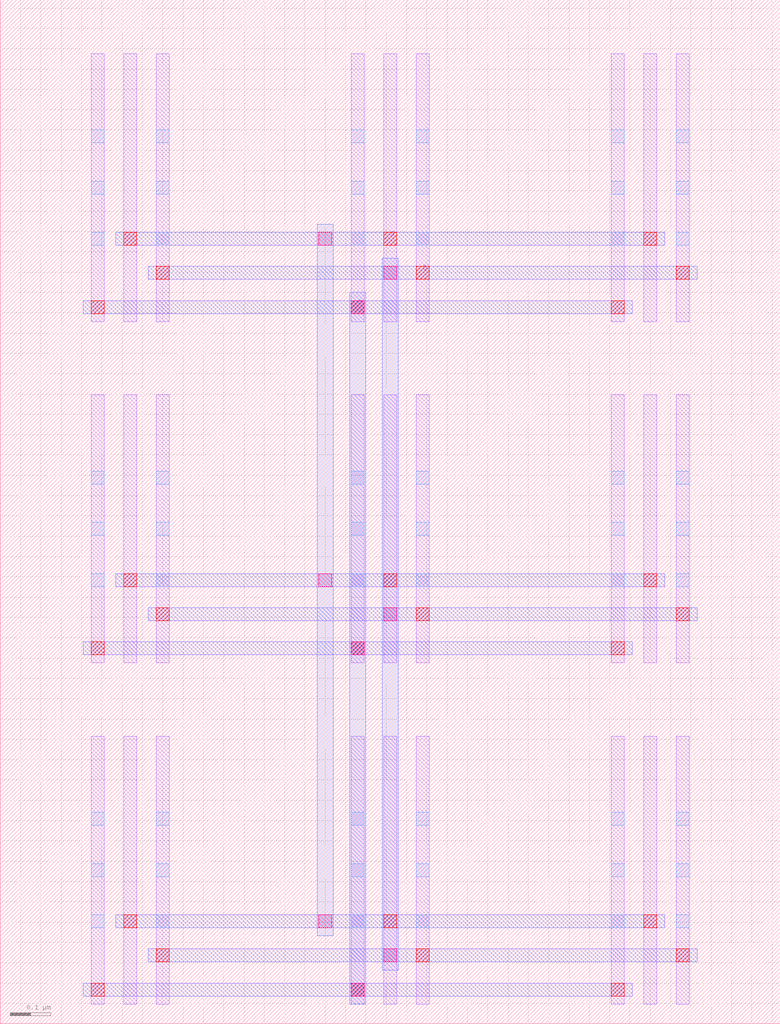
<source format=lef>
MACRO Switch_NMOS_n12_X3_Y3
  ORIGIN 0 0 ;
  FOREIGN Switch_NMOS_n12_X3_Y3 0 0 ;
  SIZE 1.9200 BY 2.5200 ;
  PIN S
    DIRECTION INOUT ;
    USE SIGNAL ;
    PORT
      LAYER M2 ;
        RECT 0.2040 0.0680 1.5560 0.1000 ;
      LAYER M2 ;
        RECT 0.2040 0.9080 1.5560 0.9400 ;
      LAYER M2 ;
        RECT 0.2040 1.7480 1.5560 1.7800 ;
    END
  END S
  PIN D
    DIRECTION INOUT ;
    USE SIGNAL ;
    PORT
      LAYER M2 ;
        RECT 0.3640 0.1520 1.7160 0.1840 ;
      LAYER M2 ;
        RECT 0.3640 0.9920 1.7160 1.0240 ;
      LAYER M2 ;
        RECT 0.3640 1.8320 1.7160 1.8640 ;
    END
  END D
  PIN G
    DIRECTION INOUT ;
    USE SIGNAL ;
    PORT
      LAYER M2 ;
        RECT 0.2840 0.2360 1.6360 0.2680 ;
      LAYER M2 ;
        RECT 0.2840 1.0760 1.6360 1.1080 ;
      LAYER M2 ;
        RECT 0.2840 1.9160 1.6360 1.9480 ;
    END
  END G
  OBS
    LAYER M1 ;
      RECT 0.3040 0.0480 0.3360 0.7080 ;
    LAYER M1 ;
      RECT 0.3040 0.8880 0.3360 1.5480 ;
    LAYER M1 ;
      RECT 0.3040 1.7280 0.3360 2.3880 ;
    LAYER M1 ;
      RECT 0.9440 0.0480 0.9760 0.7080 ;
    LAYER M1 ;
      RECT 0.9440 0.8880 0.9760 1.5480 ;
    LAYER M1 ;
      RECT 0.9440 1.7280 0.9760 2.3880 ;
    LAYER M1 ;
      RECT 1.5840 0.0480 1.6160 0.7080 ;
    LAYER M1 ;
      RECT 1.5840 0.8880 1.6160 1.5480 ;
    LAYER M1 ;
      RECT 1.5840 1.7280 1.6160 2.3880 ;
    LAYER M1 ;
      RECT 0.2240 0.0480 0.2560 0.7080 ;
    LAYER M1 ;
      RECT 0.2240 0.8880 0.2560 1.5480 ;
    LAYER M1 ;
      RECT 0.2240 1.7280 0.2560 2.3880 ;
    LAYER M1 ;
      RECT 0.8640 0.0480 0.8960 0.7080 ;
    LAYER M1 ;
      RECT 0.8640 0.8880 0.8960 1.5480 ;
    LAYER M1 ;
      RECT 0.8640 1.7280 0.8960 2.3880 ;
    LAYER M1 ;
      RECT 1.5040 0.0480 1.5360 0.7080 ;
    LAYER M1 ;
      RECT 1.5040 0.8880 1.5360 1.5480 ;
    LAYER M1 ;
      RECT 1.5040 1.7280 1.5360 2.3880 ;
    LAYER M1 ;
      RECT 0.3840 0.0480 0.4160 0.7080 ;
    LAYER M1 ;
      RECT 0.3840 0.8880 0.4160 1.5480 ;
    LAYER M1 ;
      RECT 0.3840 1.7280 0.4160 2.3880 ;
    LAYER M1 ;
      RECT 1.0240 0.0480 1.0560 0.7080 ;
    LAYER M1 ;
      RECT 1.0240 0.8880 1.0560 1.5480 ;
    LAYER M1 ;
      RECT 1.0240 1.7280 1.0560 2.3880 ;
    LAYER M1 ;
      RECT 1.6640 0.0480 1.6960 0.7080 ;
    LAYER M1 ;
      RECT 1.6640 0.8880 1.6960 1.5480 ;
    LAYER M1 ;
      RECT 1.6640 1.7280 1.6960 2.3880 ;
    LAYER V1 ;
      RECT 0.2240 0.0680 0.2560 0.1000 ;
    LAYER V1 ;
      RECT 0.2240 0.9080 0.2560 0.9400 ;
    LAYER V1 ;
      RECT 0.2240 1.7480 0.2560 1.7800 ;
    LAYER V1 ;
      RECT 0.8640 0.0680 0.8960 0.1000 ;
    LAYER V1 ;
      RECT 0.8640 0.9080 0.8960 0.9400 ;
    LAYER V1 ;
      RECT 0.8640 1.7480 0.8960 1.7800 ;
    LAYER V1 ;
      RECT 1.5040 0.0680 1.5360 0.1000 ;
    LAYER V1 ;
      RECT 1.5040 0.9080 1.5360 0.9400 ;
    LAYER V1 ;
      RECT 1.5040 1.7480 1.5360 1.7800 ;
    LAYER V1 ;
      RECT 0.3840 0.1520 0.4160 0.1840 ;
    LAYER V1 ;
      RECT 0.3840 0.9920 0.4160 1.0240 ;
    LAYER V1 ;
      RECT 0.3840 1.8320 0.4160 1.8640 ;
    LAYER V1 ;
      RECT 1.0240 0.1520 1.0560 0.1840 ;
    LAYER V1 ;
      RECT 1.0240 0.9920 1.0560 1.0240 ;
    LAYER V1 ;
      RECT 1.0240 1.8320 1.0560 1.8640 ;
    LAYER V1 ;
      RECT 1.6640 0.1520 1.6960 0.1840 ;
    LAYER V1 ;
      RECT 1.6640 0.9920 1.6960 1.0240 ;
    LAYER V1 ;
      RECT 1.6640 1.8320 1.6960 1.8640 ;
    LAYER V1 ;
      RECT 0.3040 0.2360 0.3360 0.2680 ;
    LAYER V1 ;
      RECT 0.3040 1.0760 0.3360 1.1080 ;
    LAYER V1 ;
      RECT 0.3040 1.9160 0.3360 1.9480 ;
    LAYER V1 ;
      RECT 0.9440 0.2360 0.9760 0.2680 ;
    LAYER V1 ;
      RECT 0.9440 1.0760 0.9760 1.1080 ;
    LAYER V1 ;
      RECT 0.9440 1.9160 0.9760 1.9480 ;
    LAYER V1 ;
      RECT 1.5840 0.2360 1.6160 0.2680 ;
    LAYER V1 ;
      RECT 1.5840 1.0760 1.6160 1.1080 ;
    LAYER V1 ;
      RECT 1.5840 1.9160 1.6160 1.9480 ;
    LAYER M3 ;
      RECT 0.8600 0.0480 0.9000 1.8000 ;
    LAYER M3 ;
      RECT 0.9400 0.1320 0.9800 1.8840 ;
    LAYER M3 ;
      RECT 0.7800 0.2160 0.8200 1.9680 ;
    LAYER V2 ;
      RECT 0.8640 0.0680 0.8960 0.1000 ;
    LAYER V2 ;
      RECT 0.8640 0.9080 0.8960 0.9400 ;
    LAYER V2 ;
      RECT 0.8640 1.7480 0.8960 1.7800 ;
    LAYER V2 ;
      RECT 0.9440 0.1520 0.9760 0.1840 ;
    LAYER V2 ;
      RECT 0.9440 0.9920 0.9760 1.0240 ;
    LAYER V2 ;
      RECT 0.9440 1.8320 0.9760 1.8640 ;
    LAYER V2 ;
      RECT 0.7840 0.2360 0.8160 0.2680 ;
    LAYER V2 ;
      RECT 0.7840 1.0760 0.8160 1.1080 ;
    LAYER V2 ;
      RECT 0.7840 1.9160 0.8160 1.9480 ;
    LAYER V0 ;
      RECT 0.2240 0.2360 0.2560 0.2680 ;
    LAYER V0 ;
      RECT 0.2240 0.3620 0.2560 0.3940 ;
    LAYER V0 ;
      RECT 0.2240 0.4880 0.2560 0.5200 ;
    LAYER V0 ;
      RECT 0.2240 1.0760 0.2560 1.1080 ;
    LAYER V0 ;
      RECT 0.2240 1.2020 0.2560 1.2340 ;
    LAYER V0 ;
      RECT 0.2240 1.3280 0.2560 1.3600 ;
    LAYER V0 ;
      RECT 0.2240 1.9160 0.2560 1.9480 ;
    LAYER V0 ;
      RECT 0.2240 2.0420 0.2560 2.0740 ;
    LAYER V0 ;
      RECT 0.2240 2.1680 0.2560 2.2000 ;
    LAYER V0 ;
      RECT 0.8640 0.2360 0.8960 0.2680 ;
    LAYER V0 ;
      RECT 0.8640 0.3620 0.8960 0.3940 ;
    LAYER V0 ;
      RECT 0.8640 0.4880 0.8960 0.5200 ;
    LAYER V0 ;
      RECT 0.8640 1.0760 0.8960 1.1080 ;
    LAYER V0 ;
      RECT 0.8640 1.2020 0.8960 1.2340 ;
    LAYER V0 ;
      RECT 0.8640 1.3280 0.8960 1.3600 ;
    LAYER V0 ;
      RECT 0.8640 1.9160 0.8960 1.9480 ;
    LAYER V0 ;
      RECT 0.8640 2.0420 0.8960 2.0740 ;
    LAYER V0 ;
      RECT 0.8640 2.1680 0.8960 2.2000 ;
    LAYER V0 ;
      RECT 1.5040 0.2360 1.5360 0.2680 ;
    LAYER V0 ;
      RECT 1.5040 0.3620 1.5360 0.3940 ;
    LAYER V0 ;
      RECT 1.5040 0.4880 1.5360 0.5200 ;
    LAYER V0 ;
      RECT 1.5040 1.0760 1.5360 1.1080 ;
    LAYER V0 ;
      RECT 1.5040 1.2020 1.5360 1.2340 ;
    LAYER V0 ;
      RECT 1.5040 1.3280 1.5360 1.3600 ;
    LAYER V0 ;
      RECT 1.5040 1.9160 1.5360 1.9480 ;
    LAYER V0 ;
      RECT 1.5040 2.0420 1.5360 2.0740 ;
    LAYER V0 ;
      RECT 1.5040 2.1680 1.5360 2.2000 ;
    LAYER V0 ;
      RECT 0.3840 0.2360 0.4160 0.2680 ;
    LAYER V0 ;
      RECT 0.3840 0.3620 0.4160 0.3940 ;
    LAYER V0 ;
      RECT 0.3840 0.4880 0.4160 0.5200 ;
    LAYER V0 ;
      RECT 0.3840 1.0760 0.4160 1.1080 ;
    LAYER V0 ;
      RECT 0.3840 1.2020 0.4160 1.2340 ;
    LAYER V0 ;
      RECT 0.3840 1.3280 0.4160 1.3600 ;
    LAYER V0 ;
      RECT 0.3840 1.9160 0.4160 1.9480 ;
    LAYER V0 ;
      RECT 0.3840 2.0420 0.4160 2.0740 ;
    LAYER V0 ;
      RECT 0.3840 2.1680 0.4160 2.2000 ;
    LAYER V0 ;
      RECT 1.0240 0.2360 1.0560 0.2680 ;
    LAYER V0 ;
      RECT 1.0240 0.3620 1.0560 0.3940 ;
    LAYER V0 ;
      RECT 1.0240 0.4880 1.0560 0.5200 ;
    LAYER V0 ;
      RECT 1.0240 1.0760 1.0560 1.1080 ;
    LAYER V0 ;
      RECT 1.0240 1.2020 1.0560 1.2340 ;
    LAYER V0 ;
      RECT 1.0240 1.3280 1.0560 1.3600 ;
    LAYER V0 ;
      RECT 1.0240 1.9160 1.0560 1.9480 ;
    LAYER V0 ;
      RECT 1.0240 2.0420 1.0560 2.0740 ;
    LAYER V0 ;
      RECT 1.0240 2.1680 1.0560 2.2000 ;
    LAYER V0 ;
      RECT 1.6640 0.2360 1.6960 0.2680 ;
    LAYER V0 ;
      RECT 1.6640 0.3620 1.6960 0.3940 ;
    LAYER V0 ;
      RECT 1.6640 0.4880 1.6960 0.5200 ;
    LAYER V0 ;
      RECT 1.6640 1.0760 1.6960 1.1080 ;
    LAYER V0 ;
      RECT 1.6640 1.2020 1.6960 1.2340 ;
    LAYER V0 ;
      RECT 1.6640 1.3280 1.6960 1.3600 ;
    LAYER V0 ;
      RECT 1.6640 1.9160 1.6960 1.9480 ;
    LAYER V0 ;
      RECT 1.6640 2.0420 1.6960 2.0740 ;
    LAYER V0 ;
      RECT 1.6640 2.1680 1.6960 2.2000 ;
  END
END Switch_NMOS_n12_X3_Y3

</source>
